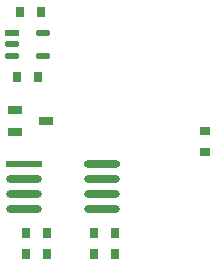
<source format=gtp>
G04 Layer_Color=8421504*
%FSTAX42Y42*%
%MOMM*%
G71*
G01*
G75*
%ADD10R,0.95X0.80*%
%ADD11R,0.80X0.95*%
%ADD12O,1.20X0.55*%
%ADD13R,1.20X0.55*%
%ADD14R,1.20X0.65*%
%ADD15O,3.05X0.60*%
%ADD16R,3.05X0.60*%
%ADD17O,3.06X0.60*%
D10*
X025828Y042529D02*
D03*
Y042709D02*
D03*
D11*
X024263Y043719D02*
D03*
X024443D02*
D03*
X024418Y043169D02*
D03*
X024238D02*
D03*
X024493Y041669D02*
D03*
X024313D02*
D03*
X024493Y041844D02*
D03*
X024313D02*
D03*
X024888Y041669D02*
D03*
X025068D02*
D03*
X024888Y041844D02*
D03*
X025068D02*
D03*
D12*
X024458Y043539D02*
D03*
Y043349D02*
D03*
X024196Y043444D02*
D03*
Y043349D02*
D03*
D13*
Y043539D02*
D03*
D14*
X024221Y042699D02*
D03*
Y042889D02*
D03*
X024486Y042794D02*
D03*
D15*
X02496Y04218D02*
D03*
Y042307D02*
D03*
X024296Y042053D02*
D03*
Y04218D02*
D03*
Y042307D02*
D03*
X02496Y042053D02*
D03*
D16*
X024296Y042434D02*
D03*
D17*
X02496D02*
D03*
M02*

</source>
